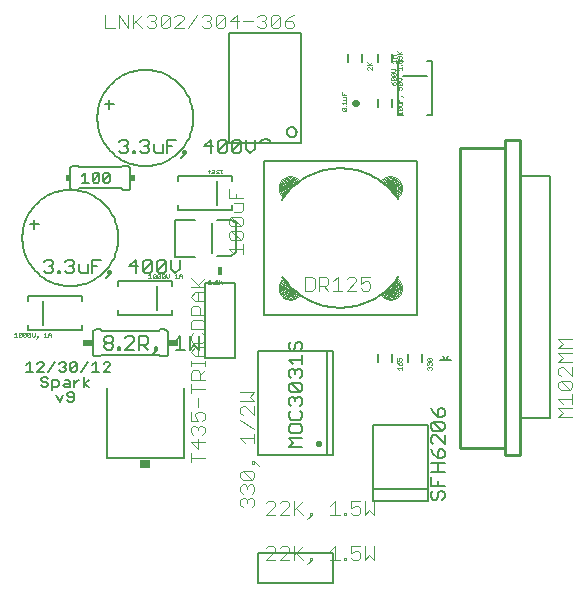
<source format=gto>
G75*
G70*
%OFA0B0*%
%FSLAX24Y24*%
%IPPOS*%
%LPD*%
%AMOC8*
5,1,8,0,0,1.08239X$1,22.5*
%
%ADD10C,0.0100*%
%ADD11C,0.0060*%
%ADD12C,0.0010*%
%ADD13R,0.0180X0.0300*%
%ADD14C,0.0050*%
%ADD15C,0.0080*%
%ADD16R,0.0340X0.0240*%
%ADD17C,0.0040*%
%ADD18C,0.0220*%
%ADD19R,0.0150X0.0200*%
%ADD20C,0.0217*%
%ADD21R,0.0340X0.0300*%
D10*
X015150Y004650D02*
X016650Y004650D01*
X016650Y004400D01*
X017150Y004400D01*
X017150Y014900D01*
X016650Y014900D01*
X016650Y014650D01*
X015150Y014650D01*
X015150Y004650D01*
X016650Y004650D02*
X016650Y014650D01*
D11*
X012886Y016032D02*
X012886Y016268D01*
X012414Y016268D02*
X012414Y016032D01*
X012414Y017532D02*
X012414Y017768D01*
X012886Y017768D02*
X012886Y017532D01*
X011886Y017532D02*
X011886Y017768D01*
X011414Y017768D02*
X011414Y017532D01*
X003050Y015650D02*
X003052Y015730D01*
X003058Y015809D01*
X003068Y015888D01*
X003082Y015967D01*
X003099Y016045D01*
X003121Y016122D01*
X003146Y016197D01*
X003176Y016271D01*
X003208Y016344D01*
X003245Y016415D01*
X003285Y016484D01*
X003328Y016551D01*
X003375Y016616D01*
X003424Y016678D01*
X003477Y016738D01*
X003533Y016795D01*
X003591Y016850D01*
X003652Y016901D01*
X003716Y016949D01*
X003782Y016994D01*
X003850Y017036D01*
X003920Y017074D01*
X003992Y017108D01*
X004065Y017139D01*
X004140Y017167D01*
X004217Y017190D01*
X004294Y017210D01*
X004372Y017226D01*
X004451Y017238D01*
X004530Y017246D01*
X004610Y017250D01*
X004690Y017250D01*
X004770Y017246D01*
X004849Y017238D01*
X004928Y017226D01*
X005006Y017210D01*
X005083Y017190D01*
X005160Y017167D01*
X005235Y017139D01*
X005308Y017108D01*
X005380Y017074D01*
X005450Y017036D01*
X005518Y016994D01*
X005584Y016949D01*
X005648Y016901D01*
X005709Y016850D01*
X005767Y016795D01*
X005823Y016738D01*
X005876Y016678D01*
X005925Y016616D01*
X005972Y016551D01*
X006015Y016484D01*
X006055Y016415D01*
X006092Y016344D01*
X006124Y016271D01*
X006154Y016197D01*
X006179Y016122D01*
X006201Y016045D01*
X006218Y015967D01*
X006232Y015888D01*
X006242Y015809D01*
X006248Y015730D01*
X006250Y015650D01*
X006248Y015570D01*
X006242Y015491D01*
X006232Y015412D01*
X006218Y015333D01*
X006201Y015255D01*
X006179Y015178D01*
X006154Y015103D01*
X006124Y015029D01*
X006092Y014956D01*
X006055Y014885D01*
X006015Y014816D01*
X005972Y014749D01*
X005925Y014684D01*
X005876Y014622D01*
X005823Y014562D01*
X005767Y014505D01*
X005709Y014450D01*
X005648Y014399D01*
X005584Y014351D01*
X005518Y014306D01*
X005450Y014264D01*
X005380Y014226D01*
X005308Y014192D01*
X005235Y014161D01*
X005160Y014133D01*
X005083Y014110D01*
X005006Y014090D01*
X004928Y014074D01*
X004849Y014062D01*
X004770Y014054D01*
X004690Y014050D01*
X004610Y014050D01*
X004530Y014054D01*
X004451Y014062D01*
X004372Y014074D01*
X004294Y014090D01*
X004217Y014110D01*
X004140Y014133D01*
X004065Y014161D01*
X003992Y014192D01*
X003920Y014226D01*
X003850Y014264D01*
X003782Y014306D01*
X003716Y014351D01*
X003652Y014399D01*
X003591Y014450D01*
X003533Y014505D01*
X003477Y014562D01*
X003424Y014622D01*
X003375Y014684D01*
X003328Y014749D01*
X003285Y014816D01*
X003245Y014885D01*
X003208Y014956D01*
X003176Y015029D01*
X003146Y015103D01*
X003121Y015178D01*
X003099Y015255D01*
X003082Y015333D01*
X003068Y015412D01*
X003058Y015491D01*
X003052Y015570D01*
X003050Y015650D01*
X003450Y015950D02*
X003450Y016250D01*
X003300Y016100D02*
X003600Y016100D01*
X003900Y014050D02*
X003850Y014000D01*
X002450Y014000D01*
X002400Y014050D01*
X002250Y014050D01*
X002233Y014048D01*
X002216Y014044D01*
X002200Y014037D01*
X002186Y014027D01*
X002173Y014014D01*
X002163Y014000D01*
X002156Y013984D01*
X002152Y013967D01*
X002150Y013950D01*
X002150Y013350D01*
X002152Y013333D01*
X002156Y013316D01*
X002163Y013300D01*
X002173Y013286D01*
X002186Y013273D01*
X002200Y013263D01*
X002216Y013256D01*
X002233Y013252D01*
X002250Y013250D01*
X002400Y013250D01*
X002450Y013300D01*
X003850Y013300D01*
X003900Y013250D01*
X004050Y013250D01*
X004067Y013252D01*
X004084Y013256D01*
X004100Y013263D01*
X004114Y013273D01*
X004127Y013286D01*
X004137Y013300D01*
X004144Y013316D01*
X004148Y013333D01*
X004150Y013350D01*
X004150Y013950D01*
X004148Y013967D01*
X004144Y013984D01*
X004137Y014000D01*
X004127Y014014D01*
X004114Y014027D01*
X004100Y014037D01*
X004084Y014044D01*
X004067Y014048D01*
X004050Y014050D01*
X003900Y014050D01*
X000550Y011650D02*
X000552Y011730D01*
X000558Y011809D01*
X000568Y011888D01*
X000582Y011967D01*
X000599Y012045D01*
X000621Y012122D01*
X000646Y012197D01*
X000676Y012271D01*
X000708Y012344D01*
X000745Y012415D01*
X000785Y012484D01*
X000828Y012551D01*
X000875Y012616D01*
X000924Y012678D01*
X000977Y012738D01*
X001033Y012795D01*
X001091Y012850D01*
X001152Y012901D01*
X001216Y012949D01*
X001282Y012994D01*
X001350Y013036D01*
X001420Y013074D01*
X001492Y013108D01*
X001565Y013139D01*
X001640Y013167D01*
X001717Y013190D01*
X001794Y013210D01*
X001872Y013226D01*
X001951Y013238D01*
X002030Y013246D01*
X002110Y013250D01*
X002190Y013250D01*
X002270Y013246D01*
X002349Y013238D01*
X002428Y013226D01*
X002506Y013210D01*
X002583Y013190D01*
X002660Y013167D01*
X002735Y013139D01*
X002808Y013108D01*
X002880Y013074D01*
X002950Y013036D01*
X003018Y012994D01*
X003084Y012949D01*
X003148Y012901D01*
X003209Y012850D01*
X003267Y012795D01*
X003323Y012738D01*
X003376Y012678D01*
X003425Y012616D01*
X003472Y012551D01*
X003515Y012484D01*
X003555Y012415D01*
X003592Y012344D01*
X003624Y012271D01*
X003654Y012197D01*
X003679Y012122D01*
X003701Y012045D01*
X003718Y011967D01*
X003732Y011888D01*
X003742Y011809D01*
X003748Y011730D01*
X003750Y011650D01*
X003748Y011570D01*
X003742Y011491D01*
X003732Y011412D01*
X003718Y011333D01*
X003701Y011255D01*
X003679Y011178D01*
X003654Y011103D01*
X003624Y011029D01*
X003592Y010956D01*
X003555Y010885D01*
X003515Y010816D01*
X003472Y010749D01*
X003425Y010684D01*
X003376Y010622D01*
X003323Y010562D01*
X003267Y010505D01*
X003209Y010450D01*
X003148Y010399D01*
X003084Y010351D01*
X003018Y010306D01*
X002950Y010264D01*
X002880Y010226D01*
X002808Y010192D01*
X002735Y010161D01*
X002660Y010133D01*
X002583Y010110D01*
X002506Y010090D01*
X002428Y010074D01*
X002349Y010062D01*
X002270Y010054D01*
X002190Y010050D01*
X002110Y010050D01*
X002030Y010054D01*
X001951Y010062D01*
X001872Y010074D01*
X001794Y010090D01*
X001717Y010110D01*
X001640Y010133D01*
X001565Y010161D01*
X001492Y010192D01*
X001420Y010226D01*
X001350Y010264D01*
X001282Y010306D01*
X001216Y010351D01*
X001152Y010399D01*
X001091Y010450D01*
X001033Y010505D01*
X000977Y010562D01*
X000924Y010622D01*
X000875Y010684D01*
X000828Y010749D01*
X000785Y010816D01*
X000745Y010885D01*
X000708Y010956D01*
X000676Y011029D01*
X000646Y011103D01*
X000621Y011178D01*
X000599Y011255D01*
X000582Y011333D01*
X000568Y011412D01*
X000558Y011491D01*
X000552Y011570D01*
X000550Y011650D01*
X000950Y011950D02*
X000950Y012250D01*
X000800Y012100D02*
X001100Y012100D01*
X003000Y008600D02*
X003150Y008600D01*
X003200Y008550D01*
X005100Y008550D01*
X005150Y008600D01*
X005300Y008600D01*
X005317Y008598D01*
X005334Y008594D01*
X005350Y008587D01*
X005364Y008577D01*
X005377Y008564D01*
X005387Y008550D01*
X005394Y008534D01*
X005398Y008517D01*
X005400Y008500D01*
X005400Y007800D01*
X005398Y007783D01*
X005394Y007766D01*
X005387Y007750D01*
X005377Y007736D01*
X005364Y007723D01*
X005350Y007713D01*
X005334Y007706D01*
X005317Y007702D01*
X005300Y007700D01*
X005150Y007700D01*
X005100Y007750D01*
X003200Y007750D01*
X003150Y007700D01*
X003000Y007700D01*
X002983Y007702D01*
X002966Y007706D01*
X002950Y007713D01*
X002936Y007723D01*
X002923Y007736D01*
X002913Y007750D01*
X002906Y007766D01*
X002902Y007783D01*
X002900Y007800D01*
X002900Y008500D01*
X002902Y008517D01*
X002906Y008534D01*
X002913Y008550D01*
X002923Y008564D01*
X002936Y008577D01*
X002950Y008587D01*
X002966Y008594D01*
X002983Y008598D01*
X003000Y008600D01*
X003003Y007520D02*
X002890Y007407D01*
X003003Y007520D02*
X003003Y007180D01*
X002890Y007180D02*
X003117Y007180D01*
X003258Y007180D02*
X003485Y007407D01*
X003485Y007464D01*
X003428Y007520D01*
X003315Y007520D01*
X003258Y007464D01*
X003258Y007180D02*
X003485Y007180D01*
X002762Y006907D02*
X002592Y006793D01*
X002762Y006680D01*
X002592Y006680D02*
X002592Y007020D01*
X002522Y007180D02*
X002748Y007520D01*
X002380Y007464D02*
X002380Y007237D01*
X002323Y007180D01*
X002210Y007180D01*
X002153Y007237D01*
X002380Y007464D01*
X002323Y007520D01*
X002210Y007520D01*
X002153Y007464D01*
X002153Y007237D01*
X002012Y007237D02*
X001955Y007180D01*
X001842Y007180D01*
X001785Y007237D01*
X001898Y007350D02*
X001955Y007350D01*
X002012Y007293D01*
X002012Y007237D01*
X001955Y007350D02*
X002012Y007407D01*
X002012Y007464D01*
X001955Y007520D01*
X001842Y007520D01*
X001785Y007464D01*
X001643Y007520D02*
X001417Y007180D01*
X001275Y007180D02*
X001048Y007180D01*
X001275Y007407D01*
X001275Y007464D01*
X001218Y007520D01*
X001105Y007520D01*
X001048Y007464D01*
X000793Y007520D02*
X000793Y007180D01*
X000680Y007180D02*
X000907Y007180D01*
X000680Y007407D02*
X000793Y007520D01*
X001237Y007020D02*
X001180Y006964D01*
X001180Y006907D01*
X001237Y006850D01*
X001350Y006850D01*
X001407Y006793D01*
X001407Y006737D01*
X001350Y006680D01*
X001237Y006680D01*
X001180Y006737D01*
X001407Y006964D02*
X001350Y007020D01*
X001237Y007020D01*
X001548Y006907D02*
X001718Y006907D01*
X001775Y006850D01*
X001775Y006737D01*
X001718Y006680D01*
X001548Y006680D01*
X001548Y006567D02*
X001548Y006907D01*
X001917Y006737D02*
X001973Y006793D01*
X002143Y006793D01*
X002143Y006850D02*
X002143Y006680D01*
X001973Y006680D01*
X001917Y006737D01*
X001973Y006907D02*
X002087Y006907D01*
X002143Y006850D01*
X002285Y006793D02*
X002398Y006907D01*
X002455Y006907D01*
X002285Y006907D02*
X002285Y006680D01*
X002218Y006520D02*
X002105Y006520D01*
X002048Y006464D01*
X002048Y006407D01*
X002105Y006350D01*
X002275Y006350D01*
X002275Y006237D02*
X002275Y006464D01*
X002218Y006520D01*
X002275Y006237D02*
X002218Y006180D01*
X002105Y006180D01*
X002048Y006237D01*
X001907Y006407D02*
X001793Y006180D01*
X001680Y006407D01*
X008398Y007867D02*
X008398Y004424D01*
X010902Y004424D01*
X010902Y007867D01*
X010699Y007867D01*
X010699Y004463D01*
X012239Y005402D02*
X012239Y002898D01*
X014061Y002898D01*
X014061Y003298D01*
X012239Y003298D01*
X014061Y003298D02*
X014061Y005402D01*
X012239Y005402D01*
X012414Y007532D02*
X012414Y007768D01*
X012886Y007768D02*
X012886Y007532D01*
X013414Y007532D02*
X013414Y007768D01*
X013886Y007768D02*
X013886Y007532D01*
X010699Y007867D02*
X008398Y007867D01*
D12*
X007223Y010105D02*
X007148Y010180D01*
X007123Y010155D02*
X007223Y010255D01*
X007123Y010255D02*
X007123Y010105D01*
X007076Y010105D02*
X006976Y010105D01*
X006927Y010105D02*
X006902Y010105D01*
X006902Y010130D01*
X006927Y010130D01*
X006927Y010105D01*
X006855Y010105D02*
X006755Y010105D01*
X006805Y010105D02*
X006805Y010255D01*
X006755Y010205D01*
X006976Y010205D02*
X007026Y010255D01*
X007026Y010105D01*
X005886Y010305D02*
X005886Y010405D01*
X005836Y010455D01*
X005786Y010405D01*
X005786Y010305D01*
X005739Y010305D02*
X005639Y010305D01*
X005689Y010305D02*
X005689Y010455D01*
X005639Y010405D01*
X005786Y010380D02*
X005886Y010380D01*
X005444Y010355D02*
X005444Y010455D01*
X005344Y010455D02*
X005344Y010355D01*
X005394Y010305D01*
X005444Y010355D01*
X005297Y010330D02*
X005272Y010305D01*
X005222Y010305D01*
X005197Y010330D01*
X005297Y010430D01*
X005297Y010330D01*
X005197Y010330D02*
X005197Y010430D01*
X005222Y010455D01*
X005272Y010455D01*
X005297Y010430D01*
X005150Y010430D02*
X005050Y010330D01*
X005075Y010305D01*
X005125Y010305D01*
X005150Y010330D01*
X005150Y010430D01*
X005125Y010455D01*
X005075Y010455D01*
X005050Y010430D01*
X005050Y010330D01*
X005002Y010330D02*
X004977Y010305D01*
X004927Y010305D01*
X004902Y010330D01*
X005002Y010430D01*
X005002Y010330D01*
X004902Y010330D02*
X004902Y010430D01*
X004927Y010455D01*
X004977Y010455D01*
X005002Y010430D01*
X004855Y010305D02*
X004755Y010305D01*
X004805Y010305D02*
X004805Y010455D01*
X004755Y010405D01*
X001508Y008445D02*
X001508Y008345D01*
X001508Y008420D02*
X001408Y008420D01*
X001408Y008445D02*
X001458Y008495D01*
X001508Y008445D01*
X001408Y008445D02*
X001408Y008345D01*
X001360Y008345D02*
X001260Y008345D01*
X001310Y008345D02*
X001310Y008495D01*
X001260Y008445D01*
X001065Y008370D02*
X001065Y008345D01*
X001040Y008345D01*
X001040Y008370D01*
X001065Y008370D01*
X001065Y008345D02*
X001015Y008295D01*
X000918Y008345D02*
X000867Y008395D01*
X000867Y008495D01*
X000820Y008470D02*
X000720Y008370D01*
X000745Y008345D01*
X000795Y008345D01*
X000820Y008370D01*
X000820Y008470D01*
X000795Y008495D01*
X000745Y008495D01*
X000720Y008470D01*
X000720Y008370D01*
X000673Y008370D02*
X000648Y008345D01*
X000598Y008345D01*
X000573Y008370D01*
X000673Y008470D01*
X000673Y008370D01*
X000673Y008470D02*
X000648Y008495D01*
X000598Y008495D01*
X000573Y008470D01*
X000573Y008370D01*
X000526Y008370D02*
X000501Y008345D01*
X000451Y008345D01*
X000426Y008370D01*
X000526Y008470D01*
X000526Y008370D01*
X000526Y008470D02*
X000501Y008495D01*
X000451Y008495D01*
X000426Y008470D01*
X000426Y008370D01*
X000378Y008345D02*
X000278Y008345D01*
X000328Y008345D02*
X000328Y008495D01*
X000278Y008445D01*
X000918Y008345D02*
X000968Y008395D01*
X000968Y008495D01*
X006780Y013805D02*
X006780Y013930D01*
X006805Y013955D01*
X006805Y013880D02*
X006755Y013880D01*
X006853Y013830D02*
X006878Y013855D01*
X006953Y013855D01*
X006953Y013880D02*
X006953Y013805D01*
X006878Y013805D01*
X006853Y013830D01*
X006878Y013905D02*
X006928Y013905D01*
X006953Y013880D01*
X007001Y013880D02*
X007026Y013905D01*
X007101Y013905D01*
X007148Y013905D02*
X007198Y013905D01*
X007173Y013930D02*
X007173Y013830D01*
X007198Y013805D01*
X007101Y013830D02*
X007076Y013855D01*
X007026Y013855D01*
X007001Y013880D01*
X007001Y013805D02*
X007076Y013805D01*
X007101Y013830D01*
X011205Y015917D02*
X011205Y015967D01*
X011230Y015992D01*
X011330Y015892D01*
X011355Y015917D01*
X011355Y015967D01*
X011330Y015992D01*
X011230Y015992D01*
X011205Y015917D02*
X011230Y015892D01*
X011330Y015892D01*
X011330Y016039D02*
X011330Y016064D01*
X011355Y016064D01*
X011355Y016039D01*
X011330Y016039D01*
X011355Y016113D02*
X011355Y016213D01*
X011355Y016163D02*
X011205Y016163D01*
X011255Y016113D01*
X011255Y016260D02*
X011330Y016260D01*
X011355Y016285D01*
X011355Y016360D01*
X011255Y016360D01*
X011280Y016408D02*
X011280Y016458D01*
X011205Y016408D02*
X011205Y016508D01*
X011205Y016408D02*
X011355Y016408D01*
X012070Y017255D02*
X012045Y017280D01*
X012045Y017330D01*
X012070Y017355D01*
X012095Y017355D01*
X012195Y017255D01*
X012195Y017355D01*
X012195Y017402D02*
X012045Y017402D01*
X012120Y017427D02*
X012195Y017502D01*
X012145Y017402D02*
X012045Y017502D01*
X012845Y017542D02*
X012995Y017542D01*
X012995Y017492D02*
X012995Y017592D01*
X012995Y017639D02*
X012895Y017639D01*
X012845Y017689D01*
X012895Y017739D01*
X012995Y017739D01*
X013045Y017771D02*
X013195Y017771D01*
X013145Y017771D02*
X013045Y017871D01*
X013120Y017796D02*
X013195Y017871D01*
X013170Y017723D02*
X013070Y017723D01*
X013045Y017698D01*
X013045Y017648D01*
X013070Y017623D01*
X013095Y017623D01*
X013120Y017648D01*
X013120Y017723D01*
X013170Y017723D02*
X013195Y017698D01*
X013195Y017648D01*
X013170Y017623D01*
X013170Y017576D02*
X013195Y017551D01*
X013195Y017501D01*
X013170Y017476D01*
X013145Y017476D01*
X013120Y017501D01*
X013120Y017551D01*
X013145Y017576D01*
X013170Y017576D01*
X013120Y017551D02*
X013095Y017576D01*
X013070Y017576D01*
X013045Y017551D01*
X013045Y017501D01*
X013070Y017476D01*
X013095Y017476D01*
X013120Y017501D01*
X013170Y017427D02*
X013195Y017427D01*
X013195Y017402D01*
X013170Y017402D01*
X013170Y017427D01*
X013195Y017355D02*
X013195Y017255D01*
X013195Y017305D02*
X013045Y017305D01*
X013095Y017255D01*
X012995Y017247D02*
X012945Y017297D01*
X012845Y017297D01*
X012845Y017197D02*
X012945Y017197D01*
X012995Y017247D01*
X012970Y017150D02*
X012995Y017125D01*
X012995Y017075D01*
X012970Y017050D01*
X012870Y017150D01*
X012970Y017150D01*
X012870Y017150D02*
X012845Y017125D01*
X012845Y017075D01*
X012870Y017050D01*
X012970Y017050D01*
X012970Y017002D02*
X012995Y016977D01*
X012995Y016927D01*
X012970Y016902D01*
X012870Y017002D01*
X012970Y017002D01*
X013045Y016985D02*
X013145Y016985D01*
X013195Y016935D01*
X013145Y016884D01*
X013045Y016884D01*
X013070Y016837D02*
X013170Y016737D01*
X013195Y016762D01*
X013195Y016812D01*
X013170Y016837D01*
X013070Y016837D01*
X013045Y016812D01*
X013045Y016762D01*
X013070Y016737D01*
X013170Y016737D01*
X013170Y016690D02*
X013120Y016690D01*
X013095Y016665D01*
X013095Y016640D01*
X013120Y016590D01*
X013045Y016590D01*
X013045Y016690D01*
X012970Y016755D02*
X012920Y016755D01*
X012920Y016830D01*
X012945Y016855D01*
X012970Y016855D01*
X012995Y016830D01*
X012995Y016780D01*
X012970Y016755D01*
X012920Y016755D02*
X012870Y016805D01*
X012845Y016855D01*
X012870Y016902D02*
X012845Y016927D01*
X012845Y016977D01*
X012870Y017002D01*
X012870Y016902D02*
X012970Y016902D01*
X013170Y016690D02*
X013195Y016665D01*
X013195Y016615D01*
X013170Y016590D01*
X013170Y016394D02*
X013170Y016369D01*
X013195Y016369D01*
X013195Y016394D01*
X013170Y016394D01*
X013195Y016394D02*
X013245Y016344D01*
X013195Y016197D02*
X013045Y016197D01*
X013045Y016297D01*
X013120Y016247D02*
X013120Y016197D01*
X013095Y016150D02*
X013195Y016150D01*
X013195Y016075D01*
X013170Y016050D01*
X013095Y016050D01*
X013070Y016002D02*
X013170Y015902D01*
X013195Y015927D01*
X013195Y015977D01*
X013170Y016002D01*
X013070Y016002D01*
X013045Y015977D01*
X013045Y015927D01*
X013070Y015902D01*
X013170Y015902D01*
X013195Y015855D02*
X013195Y015755D01*
X013195Y015805D02*
X013045Y015805D01*
X013095Y015755D01*
X012895Y017492D02*
X012845Y017542D01*
X012920Y017639D02*
X012920Y017739D01*
X013045Y007650D02*
X013045Y007550D01*
X013120Y007550D01*
X013095Y007600D01*
X013095Y007625D01*
X013120Y007650D01*
X013170Y007650D01*
X013195Y007625D01*
X013195Y007575D01*
X013170Y007550D01*
X013170Y007502D02*
X013145Y007502D01*
X013120Y007477D01*
X013120Y007402D01*
X013170Y007402D01*
X013195Y007427D01*
X013195Y007477D01*
X013170Y007502D01*
X013070Y007452D02*
X013120Y007402D01*
X013070Y007452D02*
X013045Y007502D01*
X013045Y007305D02*
X013195Y007305D01*
X013195Y007255D02*
X013195Y007355D01*
X013095Y007255D02*
X013045Y007305D01*
X014045Y007280D02*
X014045Y007330D01*
X014070Y007355D01*
X014095Y007355D01*
X014120Y007330D01*
X014145Y007355D01*
X014170Y007355D01*
X014195Y007330D01*
X014195Y007280D01*
X014170Y007255D01*
X014120Y007305D02*
X014120Y007330D01*
X014170Y007402D02*
X014195Y007427D01*
X014195Y007477D01*
X014170Y007502D01*
X014145Y007502D01*
X014120Y007477D01*
X014120Y007452D01*
X014120Y007477D02*
X014095Y007502D01*
X014070Y007502D01*
X014045Y007477D01*
X014045Y007427D01*
X014070Y007402D01*
X014045Y007280D02*
X014070Y007255D01*
X014070Y007550D02*
X014045Y007575D01*
X014045Y007625D01*
X014070Y007650D01*
X014170Y007550D01*
X014195Y007575D01*
X014195Y007625D01*
X014170Y007650D01*
X014070Y007650D01*
X014070Y007550D02*
X014170Y007550D01*
D13*
X007150Y010550D03*
D14*
X007650Y010150D02*
X006650Y010150D01*
X006650Y007650D01*
X007650Y007650D01*
X007650Y010150D01*
X005796Y010625D02*
X005796Y010925D01*
X005796Y010625D02*
X005645Y010475D01*
X005495Y010625D01*
X005495Y010925D01*
X005335Y010850D02*
X005035Y010550D01*
X005110Y010475D01*
X005260Y010475D01*
X005335Y010550D01*
X005335Y010850D01*
X005260Y010925D01*
X005110Y010925D01*
X005035Y010850D01*
X005035Y010550D01*
X004875Y010550D02*
X004875Y010850D01*
X004574Y010550D01*
X004650Y010475D01*
X004800Y010475D01*
X004875Y010550D01*
X004875Y010850D02*
X004800Y010925D01*
X004650Y010925D01*
X004574Y010850D01*
X004574Y010550D01*
X004414Y010700D02*
X004114Y010700D01*
X004339Y010925D01*
X004339Y010475D01*
X003497Y010475D02*
X003422Y010475D01*
X003422Y010550D01*
X003497Y010550D01*
X003497Y010475D01*
X003347Y010325D01*
X003037Y010700D02*
X002886Y010700D01*
X002726Y010775D02*
X002726Y010475D01*
X002501Y010475D01*
X002426Y010550D01*
X002426Y010775D01*
X002266Y010775D02*
X002191Y010700D01*
X002266Y010625D01*
X002266Y010550D01*
X002191Y010475D01*
X002041Y010475D01*
X001966Y010550D01*
X001810Y010550D02*
X001810Y010475D01*
X001735Y010475D01*
X001735Y010550D01*
X001810Y010550D01*
X001575Y010550D02*
X001500Y010475D01*
X001350Y010475D01*
X001275Y010550D01*
X001425Y010700D02*
X001500Y010700D01*
X001575Y010625D01*
X001575Y010550D01*
X001500Y010700D02*
X001575Y010775D01*
X001575Y010850D01*
X001500Y010925D01*
X001350Y010925D01*
X001275Y010850D01*
X001966Y010850D02*
X002041Y010925D01*
X002191Y010925D01*
X002266Y010850D01*
X002266Y010775D01*
X002191Y010700D02*
X002116Y010700D01*
X002886Y010475D02*
X002886Y010925D01*
X003187Y010925D01*
X003360Y008375D02*
X003510Y008375D01*
X003585Y008300D01*
X003585Y008225D01*
X003510Y008150D01*
X003360Y008150D01*
X003285Y008225D01*
X003285Y008300D01*
X003360Y008375D01*
X003360Y008150D02*
X003285Y008075D01*
X003285Y008000D01*
X003360Y007925D01*
X003510Y007925D01*
X003585Y008000D01*
X003585Y008075D01*
X003510Y008150D01*
X003745Y008000D02*
X003745Y007925D01*
X003820Y007925D01*
X003820Y008000D01*
X003745Y008000D01*
X003976Y007925D02*
X004276Y008225D01*
X004276Y008300D01*
X004201Y008375D01*
X004051Y008375D01*
X003976Y008300D01*
X003976Y007925D02*
X004276Y007925D01*
X004436Y007925D02*
X004436Y008375D01*
X004661Y008375D01*
X004736Y008300D01*
X004736Y008150D01*
X004661Y008075D01*
X004436Y008075D01*
X004586Y008075D02*
X004736Y007925D01*
X004896Y007775D02*
X005047Y007925D01*
X004971Y007925D01*
X004971Y008000D01*
X005047Y008000D01*
X005047Y007925D01*
X005664Y007925D02*
X005964Y007925D01*
X005814Y007925D02*
X005814Y008375D01*
X005664Y008225D01*
X006124Y008375D02*
X006124Y007925D01*
X006274Y008075D01*
X006424Y007925D01*
X006424Y008375D01*
X009425Y008123D02*
X009425Y007973D01*
X009500Y007898D01*
X009575Y007898D01*
X009650Y007973D01*
X009650Y008123D01*
X009725Y008198D01*
X009800Y008198D01*
X009875Y008123D01*
X009875Y007973D01*
X009800Y007898D01*
X009875Y007738D02*
X009875Y007437D01*
X009875Y007587D02*
X009425Y007587D01*
X009575Y007437D01*
X009575Y007277D02*
X009650Y007202D01*
X009725Y007277D01*
X009800Y007277D01*
X009875Y007202D01*
X009875Y007052D01*
X009800Y006977D01*
X009800Y006817D02*
X009875Y006742D01*
X009875Y006592D01*
X009800Y006517D01*
X009500Y006817D01*
X009800Y006817D01*
X009500Y006817D02*
X009425Y006742D01*
X009425Y006592D01*
X009500Y006517D01*
X009800Y006517D01*
X009800Y006356D02*
X009875Y006281D01*
X009875Y006131D01*
X009800Y006056D01*
X009800Y005896D02*
X009875Y005821D01*
X009875Y005671D01*
X009800Y005596D01*
X009500Y005596D01*
X009425Y005671D01*
X009425Y005821D01*
X009500Y005896D01*
X009500Y006056D02*
X009425Y006131D01*
X009425Y006281D01*
X009500Y006356D01*
X009575Y006356D01*
X009650Y006281D01*
X009725Y006356D01*
X009800Y006356D01*
X009650Y006281D02*
X009650Y006206D01*
X009800Y005436D02*
X009500Y005436D01*
X009425Y005361D01*
X009425Y005210D01*
X009500Y005135D01*
X009800Y005135D01*
X009875Y005210D01*
X009875Y005361D01*
X009800Y005436D01*
X009875Y004975D02*
X009425Y004975D01*
X009575Y004825D01*
X009425Y004675D01*
X009875Y004675D01*
X009500Y006977D02*
X009425Y007052D01*
X009425Y007202D01*
X009500Y007277D01*
X009575Y007277D01*
X009650Y007202D02*
X009650Y007127D01*
X009425Y008123D02*
X009500Y008198D01*
X014175Y005988D02*
X014250Y005837D01*
X014400Y005687D01*
X014400Y005913D01*
X014475Y005988D01*
X014550Y005988D01*
X014625Y005913D01*
X014625Y005762D01*
X014550Y005687D01*
X014400Y005687D01*
X014250Y005527D02*
X014550Y005527D01*
X014625Y005452D01*
X014625Y005302D01*
X014550Y005227D01*
X014250Y005527D01*
X014175Y005452D01*
X014175Y005302D01*
X014250Y005227D01*
X014550Y005227D01*
X014625Y005067D02*
X014625Y004767D01*
X014325Y005067D01*
X014250Y005067D01*
X014175Y004992D01*
X014175Y004842D01*
X014250Y004767D01*
X014175Y004606D02*
X014250Y004456D01*
X014400Y004306D01*
X014400Y004531D01*
X014475Y004606D01*
X014550Y004606D01*
X014625Y004531D01*
X014625Y004381D01*
X014550Y004306D01*
X014400Y004306D01*
X014400Y004146D02*
X014400Y003846D01*
X014625Y003846D02*
X014175Y003846D01*
X014175Y003686D02*
X014175Y003385D01*
X014625Y003385D01*
X014550Y003225D02*
X014475Y003225D01*
X014400Y003150D01*
X014400Y003000D01*
X014325Y002925D01*
X014250Y002925D01*
X014175Y003000D01*
X014175Y003150D01*
X014250Y003225D01*
X014400Y003385D02*
X014400Y003536D01*
X014550Y003225D02*
X014625Y003150D01*
X014625Y003000D01*
X014550Y002925D01*
X014625Y004146D02*
X014175Y004146D01*
X010900Y001150D02*
X008400Y001150D01*
X008400Y000150D01*
X010900Y000150D01*
X010900Y001150D01*
X003423Y013485D02*
X003310Y013485D01*
X003253Y013542D01*
X003480Y013769D01*
X003480Y013542D01*
X003423Y013485D01*
X003253Y013542D02*
X003253Y013769D01*
X003310Y013825D01*
X003423Y013825D01*
X003480Y013769D01*
X003121Y013769D02*
X003121Y013542D01*
X003064Y013485D01*
X002951Y013485D01*
X002894Y013542D01*
X003121Y013769D01*
X003064Y013825D01*
X002951Y013825D01*
X002894Y013769D01*
X002894Y013542D01*
X002762Y013485D02*
X002535Y013485D01*
X002648Y013485D02*
X002648Y013825D01*
X002535Y013712D01*
X003775Y014550D02*
X003850Y014475D01*
X004000Y014475D01*
X004075Y014550D01*
X004075Y014625D01*
X004000Y014700D01*
X003925Y014700D01*
X004000Y014700D02*
X004075Y014775D01*
X004075Y014850D01*
X004000Y014925D01*
X003850Y014925D01*
X003775Y014850D01*
X004235Y014550D02*
X004310Y014550D01*
X004310Y014475D01*
X004235Y014475D01*
X004235Y014550D01*
X004466Y014550D02*
X004541Y014475D01*
X004691Y014475D01*
X004766Y014550D01*
X004766Y014625D01*
X004691Y014700D01*
X004616Y014700D01*
X004691Y014700D02*
X004766Y014775D01*
X004766Y014850D01*
X004691Y014925D01*
X004541Y014925D01*
X004466Y014850D01*
X004926Y014775D02*
X004926Y014550D01*
X005001Y014475D01*
X005226Y014475D01*
X005226Y014775D01*
X005386Y014700D02*
X005537Y014700D01*
X005386Y014925D02*
X005687Y014925D01*
X005386Y014925D02*
X005386Y014475D01*
X005847Y014325D02*
X005997Y014475D01*
X005922Y014475D01*
X005922Y014550D01*
X005997Y014550D01*
X005997Y014475D01*
X006614Y014700D02*
X006914Y014700D01*
X007074Y014550D02*
X007375Y014850D01*
X007375Y014550D01*
X007300Y014475D01*
X007150Y014475D01*
X007074Y014550D01*
X007074Y014850D01*
X007150Y014925D01*
X007300Y014925D01*
X007375Y014850D01*
X007450Y014815D02*
X007450Y018485D01*
X009850Y018485D01*
X009850Y014815D01*
X007450Y014811D01*
X007535Y014850D02*
X007610Y014925D01*
X007760Y014925D01*
X007835Y014850D01*
X007535Y014550D01*
X007610Y014475D01*
X007760Y014475D01*
X007835Y014550D01*
X007835Y014850D01*
X007995Y014925D02*
X007995Y014625D01*
X008145Y014475D01*
X008296Y014625D01*
X008296Y014925D01*
X008450Y014815D02*
X008463Y014840D01*
X008478Y014864D01*
X008497Y014886D01*
X008518Y014905D01*
X008541Y014921D01*
X008567Y014933D01*
X008594Y014943D01*
X008622Y014948D01*
X008650Y014950D01*
X008678Y014948D01*
X008706Y014943D01*
X008733Y014933D01*
X008759Y014921D01*
X008782Y014905D01*
X008803Y014886D01*
X008822Y014864D01*
X008837Y014840D01*
X008850Y014815D01*
X009363Y015182D02*
X009365Y015207D01*
X009371Y015231D01*
X009380Y015255D01*
X009393Y015276D01*
X009409Y015296D01*
X009428Y015312D01*
X009449Y015326D01*
X009472Y015336D01*
X009496Y015343D01*
X009521Y015346D01*
X009546Y015345D01*
X009570Y015340D01*
X009594Y015332D01*
X009616Y015320D01*
X009636Y015304D01*
X009654Y015286D01*
X009668Y015266D01*
X009679Y015243D01*
X009687Y015219D01*
X009691Y015195D01*
X009691Y015169D01*
X009687Y015145D01*
X009679Y015121D01*
X009668Y015098D01*
X009654Y015078D01*
X009636Y015060D01*
X009616Y015044D01*
X009594Y015032D01*
X009570Y015024D01*
X009546Y015019D01*
X009521Y015018D01*
X009496Y015021D01*
X009472Y015028D01*
X009449Y015038D01*
X009428Y015052D01*
X009409Y015068D01*
X009393Y015088D01*
X009380Y015109D01*
X009371Y015133D01*
X009365Y015157D01*
X009363Y015182D01*
X007535Y014850D02*
X007535Y014550D01*
X006839Y014475D02*
X006839Y014925D01*
X006614Y014700D01*
D15*
X003360Y006660D02*
X003360Y004300D01*
X005940Y004300D01*
X005940Y006660D01*
X005556Y009079D02*
X003744Y009079D01*
X003744Y009256D01*
X003744Y010044D02*
X003744Y010221D01*
X005556Y010221D01*
X005556Y010044D01*
X005044Y010044D02*
X005044Y009256D01*
X005556Y009256D02*
X005556Y009079D01*
X005626Y011020D02*
X005626Y012260D01*
X006296Y012260D01*
X006890Y012166D02*
X006890Y011144D01*
X007044Y011040D02*
X007516Y011040D01*
X007674Y011178D01*
X007674Y012142D01*
X007516Y012260D01*
X007044Y012260D01*
X007516Y012260D01*
X007556Y012579D02*
X005744Y012579D01*
X005744Y012756D01*
X005744Y013544D02*
X005744Y013721D01*
X007556Y013721D01*
X007556Y013544D01*
X007044Y013544D02*
X007044Y012756D01*
X007556Y012756D02*
X007556Y012579D01*
X006296Y011020D02*
X005626Y011020D01*
X008591Y009091D02*
X008591Y014209D01*
X013719Y014209D01*
X013719Y009091D01*
X008591Y009091D01*
X009201Y012920D02*
X009253Y012996D01*
X009308Y013070D01*
X009366Y013142D01*
X009426Y013212D01*
X009490Y013279D01*
X009556Y013344D01*
X009625Y013405D01*
X009695Y013464D01*
X009769Y013521D01*
X009844Y013574D01*
X009922Y013624D01*
X010001Y013671D01*
X010082Y013715D01*
X010165Y013756D01*
X010250Y013793D01*
X010336Y013827D01*
X010423Y013858D01*
X010511Y013885D01*
X010601Y013908D01*
X010691Y013928D01*
X010782Y013944D01*
X010873Y013957D01*
X010965Y013966D01*
X011057Y013971D01*
X011150Y013973D01*
X013079Y015744D02*
X013079Y017556D01*
X013256Y017556D01*
X013256Y017044D02*
X014044Y017044D01*
X014044Y017556D02*
X014221Y017556D01*
X014221Y015744D01*
X014044Y015744D01*
X013256Y015744D02*
X013079Y015744D01*
X017158Y013729D02*
X018142Y013729D01*
X018142Y005658D01*
X017158Y005658D01*
X017158Y013729D01*
X013099Y010380D02*
X013047Y010304D01*
X012992Y010230D01*
X012934Y010158D01*
X012874Y010088D01*
X012810Y010021D01*
X012744Y009956D01*
X012675Y009895D01*
X012605Y009836D01*
X012531Y009779D01*
X012456Y009726D01*
X012378Y009676D01*
X012299Y009629D01*
X012218Y009585D01*
X012135Y009544D01*
X012050Y009507D01*
X011964Y009473D01*
X011877Y009442D01*
X011789Y009415D01*
X011699Y009392D01*
X011609Y009372D01*
X011518Y009356D01*
X011427Y009343D01*
X011335Y009334D01*
X011243Y009329D01*
X011150Y009327D01*
X011055Y009329D01*
X010960Y009335D01*
X010866Y009345D01*
X010772Y009358D01*
X010679Y009376D01*
X010586Y009397D01*
X010494Y009422D01*
X010404Y009451D01*
X010315Y009484D01*
X010227Y009520D01*
X010141Y009559D01*
X010056Y009602D01*
X009973Y009649D01*
X009892Y009699D01*
X009814Y009752D01*
X009737Y009808D01*
X009663Y009868D01*
X009592Y009930D01*
X009523Y009995D01*
X009456Y010063D01*
X009393Y010134D01*
X009332Y010207D01*
X009275Y010283D01*
X009221Y010361D01*
X011150Y013973D02*
X011245Y013971D01*
X011340Y013965D01*
X011434Y013955D01*
X011528Y013942D01*
X011621Y013924D01*
X011714Y013903D01*
X011806Y013878D01*
X011896Y013849D01*
X011985Y013816D01*
X012073Y013780D01*
X012159Y013741D01*
X012244Y013698D01*
X012327Y013651D01*
X012408Y013601D01*
X012486Y013548D01*
X012563Y013492D01*
X012637Y013432D01*
X012708Y013370D01*
X012777Y013305D01*
X012844Y013237D01*
X012907Y013166D01*
X012968Y013093D01*
X013025Y013017D01*
X013079Y012939D01*
X014558Y007705D02*
X014650Y007583D01*
X014831Y007583D01*
X014736Y007705D02*
X014660Y007589D01*
X014650Y007583D02*
X014469Y007583D01*
X002556Y008579D02*
X000744Y008579D01*
X000744Y008756D01*
X001256Y008756D02*
X001256Y009544D01*
X000744Y009544D02*
X000744Y009721D01*
X002556Y009721D01*
X002556Y009544D01*
X002556Y008756D02*
X002556Y008579D01*
D16*
X002730Y008150D03*
X005570Y008150D03*
D17*
X006170Y008237D02*
X006246Y008160D01*
X006553Y008160D01*
X006630Y008237D01*
X006630Y008390D01*
X006553Y008467D01*
X006630Y008620D02*
X006630Y008851D01*
X006553Y008927D01*
X006246Y008927D01*
X006170Y008851D01*
X006170Y008620D01*
X006630Y008620D01*
X006246Y008467D02*
X006170Y008390D01*
X006170Y008237D01*
X006323Y008007D02*
X006630Y008007D01*
X006400Y008007D02*
X006400Y007700D01*
X006323Y007700D02*
X006170Y007853D01*
X006323Y008007D01*
X006323Y007700D02*
X006630Y007700D01*
X006630Y007546D02*
X006630Y007393D01*
X006630Y007469D02*
X006170Y007469D01*
X006170Y007393D02*
X006170Y007546D01*
X006246Y007239D02*
X006400Y007239D01*
X006477Y007163D01*
X006477Y006932D01*
X006630Y006932D02*
X006170Y006932D01*
X006170Y007163D01*
X006246Y007239D01*
X006477Y007086D02*
X006630Y007239D01*
X006630Y006625D02*
X006170Y006625D01*
X006170Y006472D02*
X006170Y006779D01*
X006400Y006318D02*
X006400Y006012D01*
X006400Y005858D02*
X006553Y005858D01*
X006630Y005781D01*
X006630Y005628D01*
X006553Y005551D01*
X006400Y005551D02*
X006323Y005705D01*
X006323Y005781D01*
X006400Y005858D01*
X006170Y005858D02*
X006170Y005551D01*
X006400Y005551D01*
X006477Y005398D02*
X006553Y005398D01*
X006630Y005321D01*
X006630Y005168D01*
X006553Y005091D01*
X006400Y005244D02*
X006400Y005321D01*
X006477Y005398D01*
X006400Y005321D02*
X006323Y005398D01*
X006246Y005398D01*
X006170Y005321D01*
X006170Y005168D01*
X006246Y005091D01*
X006400Y004937D02*
X006400Y004630D01*
X006170Y004861D01*
X006630Y004861D01*
X006630Y004323D02*
X006170Y004323D01*
X006170Y004170D02*
X006170Y004477D01*
X007820Y004972D02*
X008280Y004972D01*
X008280Y005125D02*
X008280Y004818D01*
X007973Y004818D02*
X007820Y004972D01*
X008280Y005279D02*
X007820Y005586D01*
X007896Y005739D02*
X007820Y005816D01*
X007820Y005969D01*
X007896Y006046D01*
X007973Y006046D01*
X008280Y005739D01*
X008280Y006046D01*
X008280Y006200D02*
X008127Y006353D01*
X008280Y006507D01*
X007820Y006507D01*
X007820Y006200D02*
X008280Y006200D01*
X008280Y004205D02*
X008280Y004128D01*
X008203Y004128D01*
X008203Y004205D01*
X008280Y004205D01*
X008433Y004051D01*
X008203Y003898D02*
X008280Y003821D01*
X008280Y003668D01*
X008203Y003591D01*
X007896Y003898D01*
X008203Y003898D01*
X007896Y003898D02*
X007820Y003821D01*
X007820Y003668D01*
X007896Y003591D01*
X008203Y003591D01*
X008203Y003437D02*
X008280Y003361D01*
X008280Y003207D01*
X008203Y003130D01*
X008203Y002977D02*
X008280Y002900D01*
X008280Y002747D01*
X008203Y002670D01*
X008050Y002823D02*
X008050Y002900D01*
X008127Y002977D01*
X008203Y002977D01*
X008050Y002900D02*
X007973Y002977D01*
X007896Y002977D01*
X007820Y002900D01*
X007820Y002747D01*
X007896Y002670D01*
X007896Y003130D02*
X007820Y003207D01*
X007820Y003361D01*
X007896Y003437D01*
X007973Y003437D01*
X008050Y003361D01*
X008127Y003437D01*
X008203Y003437D01*
X008050Y003361D02*
X008050Y003284D01*
X008670Y002804D02*
X008747Y002880D01*
X008900Y002880D01*
X008977Y002804D01*
X008977Y002727D01*
X008670Y002420D01*
X008977Y002420D01*
X009130Y002420D02*
X009437Y002727D01*
X009437Y002804D01*
X009361Y002880D01*
X009207Y002880D01*
X009130Y002804D01*
X009130Y002420D02*
X009437Y002420D01*
X009591Y002420D02*
X009591Y002880D01*
X009668Y002650D02*
X009898Y002420D01*
X010051Y002267D02*
X010205Y002420D01*
X010128Y002420D01*
X010128Y002497D01*
X010205Y002497D01*
X010205Y002420D01*
X009898Y002880D02*
X009591Y002573D01*
X009591Y001380D02*
X009591Y000920D01*
X009591Y001073D02*
X009898Y001380D01*
X009668Y001150D02*
X009898Y000920D01*
X010051Y000767D02*
X010205Y000920D01*
X010128Y000920D01*
X010128Y000997D01*
X010205Y000997D01*
X010205Y000920D01*
X010818Y000920D02*
X011125Y000920D01*
X010972Y000920D02*
X010972Y001380D01*
X010818Y001227D01*
X011279Y000997D02*
X011279Y000920D01*
X011356Y000920D01*
X011356Y000997D01*
X011279Y000997D01*
X011509Y000997D02*
X011586Y000920D01*
X011739Y000920D01*
X011816Y000997D01*
X011816Y001150D01*
X011739Y001227D01*
X011663Y001227D01*
X011509Y001150D01*
X011509Y001380D01*
X011816Y001380D01*
X011969Y001380D02*
X011969Y000920D01*
X012123Y001073D01*
X012276Y000920D01*
X012276Y001380D01*
X012276Y002420D02*
X012276Y002880D01*
X011969Y002880D02*
X011969Y002420D01*
X012123Y002573D01*
X012276Y002420D01*
X011816Y002497D02*
X011739Y002420D01*
X011586Y002420D01*
X011509Y002497D01*
X011509Y002650D02*
X011663Y002727D01*
X011739Y002727D01*
X011816Y002650D01*
X011816Y002497D01*
X011509Y002650D02*
X011509Y002880D01*
X011816Y002880D01*
X011356Y002497D02*
X011356Y002420D01*
X011279Y002420D01*
X011279Y002497D01*
X011356Y002497D01*
X011125Y002420D02*
X010818Y002420D01*
X010972Y002420D02*
X010972Y002880D01*
X010818Y002727D01*
X009437Y001304D02*
X009361Y001380D01*
X009207Y001380D01*
X009130Y001304D01*
X008977Y001304D02*
X008900Y001380D01*
X008747Y001380D01*
X008670Y001304D01*
X008977Y001304D02*
X008977Y001227D01*
X008670Y000920D01*
X008977Y000920D01*
X009130Y000920D02*
X009437Y001227D01*
X009437Y001304D01*
X009437Y000920D02*
X009130Y000920D01*
X006630Y009081D02*
X006170Y009081D01*
X006170Y009311D01*
X006246Y009388D01*
X006400Y009388D01*
X006477Y009311D01*
X006477Y009081D01*
X006400Y009541D02*
X006400Y009848D01*
X006323Y009848D02*
X006630Y009848D01*
X006630Y010002D02*
X006170Y010002D01*
X006323Y009848D02*
X006170Y009695D01*
X006323Y009541D01*
X006630Y009541D01*
X006477Y010002D02*
X006170Y010309D01*
X006400Y010078D02*
X006630Y010309D01*
X007599Y011131D02*
X007445Y011284D01*
X007906Y011284D01*
X007906Y011131D02*
X007906Y011438D01*
X007829Y011591D02*
X007522Y011898D01*
X007829Y011898D01*
X007906Y011821D01*
X007906Y011668D01*
X007829Y011591D01*
X007522Y011591D01*
X007445Y011668D01*
X007445Y011821D01*
X007522Y011898D01*
X007522Y012051D02*
X007445Y012128D01*
X007445Y012282D01*
X007522Y012358D01*
X007829Y012051D01*
X007906Y012128D01*
X007906Y012282D01*
X007829Y012358D01*
X007522Y012358D01*
X007599Y012512D02*
X007829Y012512D01*
X007906Y012589D01*
X007906Y012819D01*
X007599Y012819D01*
X007675Y012972D02*
X007675Y013126D01*
X007445Y012972D02*
X007445Y013279D01*
X007445Y012972D02*
X007906Y012972D01*
X007829Y012051D02*
X007522Y012051D01*
X009789Y013559D02*
X009491Y013346D01*
X009491Y013347D02*
X009482Y013348D01*
X009472Y013346D01*
X009463Y013342D01*
X009456Y013335D01*
X009452Y013326D01*
X009451Y013316D01*
X009453Y013306D01*
X009255Y012999D01*
X009225Y013023D01*
X009197Y013049D01*
X009172Y013078D01*
X009151Y013110D01*
X009132Y013143D01*
X009117Y013178D01*
X009105Y013214D01*
X009096Y013252D01*
X009092Y013290D01*
X009091Y013328D01*
X009094Y013366D01*
X009101Y013404D01*
X009111Y013440D01*
X009125Y013476D01*
X009142Y013510D01*
X009163Y013543D01*
X009186Y013573D01*
X009213Y013600D01*
X009242Y013625D01*
X009273Y013647D01*
X009306Y013666D01*
X009341Y013682D01*
X009377Y013694D01*
X009415Y013702D01*
X009453Y013707D01*
X009491Y013708D01*
X009529Y013705D01*
X009567Y013699D01*
X009604Y013689D01*
X009639Y013675D01*
X009673Y013658D01*
X009706Y013638D01*
X009736Y013614D01*
X009764Y013588D01*
X009789Y013559D01*
X009759Y013538D01*
X009735Y013565D01*
X009708Y013590D01*
X009678Y013612D01*
X009647Y013630D01*
X009613Y013646D01*
X009579Y013658D01*
X009543Y013666D01*
X009507Y013670D01*
X009470Y013671D01*
X009434Y013668D01*
X009398Y013661D01*
X009363Y013650D01*
X009329Y013636D01*
X009297Y013619D01*
X009267Y013598D01*
X009239Y013574D01*
X009214Y013548D01*
X009191Y013519D01*
X009172Y013488D01*
X009156Y013455D01*
X009143Y013420D01*
X009135Y013385D01*
X009129Y013349D01*
X009128Y013312D01*
X009130Y013275D01*
X009137Y013239D01*
X009146Y013204D01*
X009160Y013170D01*
X009177Y013138D01*
X009197Y013107D01*
X009220Y013079D01*
X009246Y013053D01*
X009275Y013030D01*
X009295Y013061D01*
X009268Y013083D01*
X009244Y013108D01*
X009222Y013136D01*
X009204Y013165D01*
X009189Y013196D01*
X009177Y013229D01*
X009170Y013263D01*
X009166Y013298D01*
X009165Y013332D01*
X009169Y013367D01*
X009176Y013401D01*
X009187Y013434D01*
X009202Y013465D01*
X009220Y013495D01*
X009241Y013523D01*
X009265Y013548D01*
X009292Y013570D01*
X009320Y013590D01*
X009351Y013606D01*
X009384Y013618D01*
X009417Y013627D01*
X009452Y013633D01*
X009486Y013634D01*
X009521Y013632D01*
X009555Y013625D01*
X009588Y013616D01*
X009621Y013602D01*
X009651Y013585D01*
X009679Y013565D01*
X009705Y013542D01*
X009729Y013516D01*
X009698Y013495D01*
X009676Y013519D01*
X009651Y013540D01*
X009624Y013558D01*
X009595Y013573D01*
X009565Y013585D01*
X009533Y013592D01*
X009500Y013596D01*
X009468Y013597D01*
X009435Y013593D01*
X009404Y013586D01*
X009373Y013575D01*
X009343Y013560D01*
X009316Y013543D01*
X009291Y013522D01*
X009268Y013498D01*
X009249Y013472D01*
X009232Y013444D01*
X009219Y013414D01*
X009210Y013383D01*
X009204Y013350D01*
X009202Y013318D01*
X009204Y013285D01*
X009209Y013253D01*
X009219Y013222D01*
X009232Y013192D01*
X009248Y013163D01*
X009267Y013137D01*
X009290Y013114D01*
X009315Y013092D01*
X009335Y013124D01*
X009312Y013144D01*
X009292Y013166D01*
X009274Y013191D01*
X009260Y013218D01*
X009250Y013246D01*
X009243Y013275D01*
X009239Y013305D01*
X009240Y013336D01*
X009244Y013366D01*
X009252Y013395D01*
X009263Y013423D01*
X009278Y013449D01*
X009296Y013473D01*
X009317Y013495D01*
X009340Y013514D01*
X009366Y013531D01*
X009393Y013543D01*
X009422Y013553D01*
X009452Y013558D01*
X009482Y013560D01*
X009512Y013558D01*
X009542Y013552D01*
X009571Y013543D01*
X009598Y013530D01*
X009624Y013514D01*
X009647Y013495D01*
X009668Y013473D01*
X009638Y013452D01*
X009618Y013471D01*
X009597Y013488D01*
X009573Y013502D01*
X009548Y013512D01*
X009521Y013519D01*
X009494Y013523D01*
X009466Y013522D01*
X009439Y013519D01*
X009413Y013511D01*
X009388Y013500D01*
X009364Y013486D01*
X009343Y013469D01*
X009324Y013449D01*
X009308Y013427D01*
X009295Y013403D01*
X009285Y013377D01*
X009279Y013350D01*
X009276Y013323D01*
X009277Y013295D01*
X009282Y013268D01*
X009290Y013242D01*
X009302Y013217D01*
X009317Y013194D01*
X009334Y013173D01*
X009355Y013155D01*
X009375Y013186D01*
X009356Y013204D01*
X009341Y013224D01*
X009329Y013246D01*
X009320Y013269D01*
X009315Y013294D01*
X009313Y013319D01*
X009315Y013344D01*
X009321Y013369D01*
X009331Y013392D01*
X009344Y013414D01*
X009360Y013434D01*
X009378Y013451D01*
X009399Y013464D01*
X009422Y013475D01*
X009447Y013482D01*
X009472Y013486D01*
X009497Y013485D01*
X009522Y013481D01*
X009546Y013473D01*
X009568Y013462D01*
X009589Y013448D01*
X009607Y013430D01*
X009577Y013409D01*
X009560Y013423D01*
X009541Y013435D01*
X009520Y013443D01*
X009498Y013448D01*
X009476Y013449D01*
X009454Y013446D01*
X009432Y013439D01*
X009412Y013429D01*
X009395Y013416D01*
X009379Y013400D01*
X009367Y013381D01*
X009357Y013361D01*
X009352Y013339D01*
X009350Y013317D01*
X009352Y013294D01*
X009358Y013273D01*
X009367Y013252D01*
X009379Y013234D01*
X009395Y013218D01*
X009415Y013249D01*
X009403Y013264D01*
X009395Y013280D01*
X009389Y013297D01*
X009387Y013316D01*
X009389Y013334D01*
X009394Y013352D01*
X009402Y013368D01*
X009413Y013383D01*
X009427Y013395D01*
X009443Y013404D01*
X009461Y013410D01*
X009479Y013412D01*
X009497Y013411D01*
X009515Y013406D01*
X009532Y013398D01*
X009546Y013387D01*
X009515Y013365D01*
X009503Y013371D01*
X009490Y013374D01*
X009476Y013375D01*
X009463Y013372D01*
X009451Y013366D01*
X009440Y013357D01*
X009432Y013346D01*
X009426Y013334D01*
X009424Y013320D01*
X009425Y013306D01*
X009429Y013293D01*
X009436Y013282D01*
X009989Y010359D02*
X010219Y010359D01*
X010296Y010282D01*
X010296Y009975D01*
X010219Y009898D01*
X009989Y009898D01*
X009989Y010359D01*
X009241Y010289D02*
X009454Y009991D01*
X009453Y009991D02*
X009452Y009982D01*
X009454Y009972D01*
X009458Y009963D01*
X009465Y009956D01*
X009474Y009952D01*
X009484Y009951D01*
X009494Y009953D01*
X009801Y009755D01*
X009777Y009725D01*
X009751Y009697D01*
X009722Y009672D01*
X009690Y009651D01*
X009657Y009632D01*
X009622Y009617D01*
X009586Y009605D01*
X009548Y009596D01*
X009510Y009592D01*
X009472Y009591D01*
X009434Y009594D01*
X009396Y009601D01*
X009360Y009611D01*
X009324Y009625D01*
X009290Y009642D01*
X009257Y009663D01*
X009227Y009686D01*
X009200Y009713D01*
X009175Y009742D01*
X009153Y009773D01*
X009134Y009806D01*
X009118Y009841D01*
X009106Y009877D01*
X009098Y009915D01*
X009093Y009953D01*
X009092Y009991D01*
X009095Y010029D01*
X009101Y010067D01*
X009111Y010104D01*
X009125Y010139D01*
X009142Y010173D01*
X009162Y010206D01*
X009186Y010236D01*
X009212Y010264D01*
X009241Y010289D01*
X009262Y010259D01*
X009235Y010235D01*
X009210Y010208D01*
X009188Y010178D01*
X009170Y010147D01*
X009154Y010113D01*
X009142Y010079D01*
X009134Y010043D01*
X009130Y010007D01*
X009129Y009970D01*
X009132Y009934D01*
X009139Y009898D01*
X009150Y009863D01*
X009164Y009829D01*
X009181Y009797D01*
X009202Y009767D01*
X009226Y009739D01*
X009252Y009714D01*
X009281Y009691D01*
X009312Y009672D01*
X009345Y009656D01*
X009380Y009643D01*
X009415Y009635D01*
X009451Y009629D01*
X009488Y009628D01*
X009525Y009630D01*
X009561Y009637D01*
X009596Y009646D01*
X009630Y009660D01*
X009662Y009677D01*
X009693Y009697D01*
X009721Y009720D01*
X009747Y009746D01*
X009770Y009775D01*
X009739Y009795D01*
X009717Y009768D01*
X009692Y009744D01*
X009664Y009722D01*
X009635Y009704D01*
X009604Y009689D01*
X009571Y009677D01*
X009537Y009670D01*
X009502Y009666D01*
X009468Y009665D01*
X009433Y009669D01*
X009399Y009676D01*
X009366Y009687D01*
X009335Y009702D01*
X009305Y009720D01*
X009277Y009741D01*
X009252Y009765D01*
X009230Y009792D01*
X009210Y009820D01*
X009194Y009851D01*
X009182Y009884D01*
X009173Y009917D01*
X009167Y009952D01*
X009166Y009986D01*
X009168Y010021D01*
X009175Y010055D01*
X009184Y010088D01*
X009198Y010121D01*
X009215Y010151D01*
X009235Y010179D01*
X009258Y010205D01*
X009284Y010229D01*
X009305Y010198D01*
X009281Y010176D01*
X009260Y010151D01*
X009242Y010124D01*
X009227Y010095D01*
X009215Y010065D01*
X009208Y010033D01*
X009204Y010000D01*
X009203Y009968D01*
X009207Y009935D01*
X009214Y009904D01*
X009225Y009873D01*
X009240Y009843D01*
X009257Y009816D01*
X009278Y009791D01*
X009302Y009768D01*
X009328Y009749D01*
X009356Y009732D01*
X009386Y009719D01*
X009417Y009710D01*
X009450Y009704D01*
X009482Y009702D01*
X009515Y009704D01*
X009547Y009709D01*
X009578Y009719D01*
X009608Y009732D01*
X009637Y009748D01*
X009663Y009767D01*
X009686Y009790D01*
X009708Y009815D01*
X009676Y009835D01*
X009656Y009812D01*
X009634Y009792D01*
X009609Y009774D01*
X009582Y009760D01*
X009554Y009750D01*
X009525Y009743D01*
X009495Y009739D01*
X009464Y009740D01*
X009434Y009744D01*
X009405Y009752D01*
X009377Y009763D01*
X009351Y009778D01*
X009327Y009796D01*
X009305Y009817D01*
X009286Y009840D01*
X009269Y009866D01*
X009257Y009893D01*
X009247Y009922D01*
X009242Y009952D01*
X009240Y009982D01*
X009242Y010012D01*
X009248Y010042D01*
X009257Y010071D01*
X009270Y010098D01*
X009286Y010124D01*
X009305Y010147D01*
X009327Y010168D01*
X009348Y010138D01*
X009329Y010118D01*
X009312Y010097D01*
X009298Y010073D01*
X009288Y010048D01*
X009281Y010021D01*
X009277Y009994D01*
X009278Y009966D01*
X009281Y009939D01*
X009289Y009913D01*
X009300Y009888D01*
X009314Y009864D01*
X009331Y009843D01*
X009351Y009824D01*
X009373Y009808D01*
X009397Y009795D01*
X009423Y009785D01*
X009450Y009779D01*
X009477Y009776D01*
X009505Y009777D01*
X009532Y009782D01*
X009558Y009790D01*
X009583Y009802D01*
X009606Y009817D01*
X009627Y009834D01*
X009645Y009855D01*
X009614Y009875D01*
X009596Y009856D01*
X009576Y009841D01*
X009554Y009829D01*
X009531Y009820D01*
X009506Y009815D01*
X009481Y009813D01*
X009456Y009815D01*
X009431Y009821D01*
X009408Y009831D01*
X009386Y009844D01*
X009366Y009860D01*
X009349Y009878D01*
X009336Y009899D01*
X009325Y009922D01*
X009318Y009947D01*
X009314Y009972D01*
X009315Y009997D01*
X009319Y010022D01*
X009327Y010046D01*
X009338Y010068D01*
X009352Y010089D01*
X009370Y010107D01*
X009391Y010077D01*
X009377Y010060D01*
X009365Y010041D01*
X009357Y010020D01*
X009352Y009998D01*
X009351Y009976D01*
X009354Y009954D01*
X009361Y009932D01*
X009371Y009912D01*
X009384Y009895D01*
X009400Y009879D01*
X009419Y009867D01*
X009439Y009857D01*
X009461Y009852D01*
X009483Y009850D01*
X009506Y009852D01*
X009527Y009858D01*
X009548Y009867D01*
X009566Y009879D01*
X009582Y009895D01*
X009551Y009915D01*
X009536Y009903D01*
X009520Y009895D01*
X009503Y009889D01*
X009484Y009887D01*
X009466Y009889D01*
X009448Y009894D01*
X009432Y009902D01*
X009417Y009913D01*
X009405Y009927D01*
X009396Y009943D01*
X009390Y009961D01*
X009388Y009979D01*
X009389Y009997D01*
X009394Y010015D01*
X009402Y010032D01*
X009413Y010046D01*
X009435Y010015D01*
X009429Y010003D01*
X009426Y009990D01*
X009425Y009976D01*
X009428Y009963D01*
X009434Y009951D01*
X009443Y009940D01*
X009454Y009932D01*
X009466Y009926D01*
X009480Y009924D01*
X009494Y009925D01*
X009507Y009929D01*
X009518Y009936D01*
X010449Y009898D02*
X010449Y010359D01*
X010679Y010359D01*
X010756Y010282D01*
X010756Y010129D01*
X010679Y010052D01*
X010449Y010052D01*
X010603Y010052D02*
X010756Y009898D01*
X010910Y009898D02*
X011217Y009898D01*
X011370Y009898D02*
X011677Y010205D01*
X011677Y010282D01*
X011600Y010359D01*
X011447Y010359D01*
X011370Y010282D01*
X011063Y010359D02*
X011063Y009898D01*
X011370Y009898D02*
X011677Y009898D01*
X011830Y009975D02*
X011907Y009898D01*
X012061Y009898D01*
X012137Y009975D01*
X012137Y010129D01*
X012061Y010205D01*
X011984Y010205D01*
X011830Y010129D01*
X011830Y010359D01*
X012137Y010359D01*
X012511Y009741D02*
X012809Y009954D01*
X012809Y009953D02*
X012818Y009952D01*
X012828Y009954D01*
X012837Y009958D01*
X012844Y009965D01*
X012848Y009974D01*
X012849Y009984D01*
X012847Y009994D01*
X013045Y010301D01*
X013075Y010277D01*
X013103Y010251D01*
X013128Y010222D01*
X013149Y010190D01*
X013168Y010157D01*
X013183Y010122D01*
X013195Y010086D01*
X013204Y010048D01*
X013208Y010010D01*
X013209Y009972D01*
X013206Y009934D01*
X013199Y009896D01*
X013189Y009860D01*
X013175Y009824D01*
X013158Y009790D01*
X013137Y009757D01*
X013114Y009727D01*
X013087Y009700D01*
X013058Y009675D01*
X013027Y009653D01*
X012994Y009634D01*
X012959Y009618D01*
X012923Y009606D01*
X012885Y009598D01*
X012847Y009593D01*
X012809Y009592D01*
X012771Y009595D01*
X012733Y009601D01*
X012696Y009611D01*
X012661Y009625D01*
X012627Y009642D01*
X012594Y009662D01*
X012564Y009686D01*
X012536Y009712D01*
X012511Y009741D01*
X012541Y009762D01*
X012565Y009735D01*
X012592Y009710D01*
X012622Y009688D01*
X012653Y009670D01*
X012687Y009654D01*
X012721Y009642D01*
X012757Y009634D01*
X012793Y009630D01*
X012830Y009629D01*
X012866Y009632D01*
X012902Y009639D01*
X012937Y009650D01*
X012971Y009664D01*
X013003Y009681D01*
X013033Y009702D01*
X013061Y009726D01*
X013086Y009752D01*
X013109Y009781D01*
X013128Y009812D01*
X013144Y009845D01*
X013157Y009880D01*
X013165Y009915D01*
X013171Y009951D01*
X013172Y009988D01*
X013170Y010025D01*
X013163Y010061D01*
X013154Y010096D01*
X013140Y010130D01*
X013123Y010162D01*
X013103Y010193D01*
X013080Y010221D01*
X013054Y010247D01*
X013025Y010270D01*
X013005Y010239D01*
X013032Y010217D01*
X013056Y010192D01*
X013078Y010164D01*
X013096Y010135D01*
X013111Y010104D01*
X013123Y010071D01*
X013130Y010037D01*
X013134Y010002D01*
X013135Y009968D01*
X013131Y009933D01*
X013124Y009899D01*
X013113Y009866D01*
X013098Y009835D01*
X013080Y009805D01*
X013059Y009777D01*
X013035Y009752D01*
X013008Y009730D01*
X012980Y009710D01*
X012949Y009694D01*
X012916Y009682D01*
X012883Y009673D01*
X012848Y009667D01*
X012814Y009666D01*
X012779Y009668D01*
X012745Y009675D01*
X012712Y009684D01*
X012679Y009698D01*
X012649Y009715D01*
X012621Y009735D01*
X012595Y009758D01*
X012571Y009784D01*
X012602Y009805D01*
X012624Y009781D01*
X012649Y009760D01*
X012676Y009742D01*
X012705Y009727D01*
X012735Y009715D01*
X012767Y009708D01*
X012800Y009704D01*
X012832Y009703D01*
X012865Y009707D01*
X012896Y009714D01*
X012927Y009725D01*
X012957Y009740D01*
X012984Y009757D01*
X013009Y009778D01*
X013032Y009802D01*
X013051Y009828D01*
X013068Y009856D01*
X013081Y009886D01*
X013090Y009917D01*
X013096Y009950D01*
X013098Y009982D01*
X013096Y010015D01*
X013091Y010047D01*
X013081Y010078D01*
X013068Y010108D01*
X013052Y010137D01*
X013033Y010163D01*
X013010Y010186D01*
X012985Y010208D01*
X012965Y010176D01*
X012988Y010156D01*
X013008Y010134D01*
X013026Y010109D01*
X013040Y010082D01*
X013050Y010054D01*
X013057Y010025D01*
X013061Y009995D01*
X013060Y009964D01*
X013056Y009934D01*
X013048Y009905D01*
X013037Y009877D01*
X013022Y009851D01*
X013004Y009827D01*
X012983Y009805D01*
X012960Y009786D01*
X012934Y009769D01*
X012907Y009757D01*
X012878Y009747D01*
X012848Y009742D01*
X012818Y009740D01*
X012788Y009742D01*
X012758Y009748D01*
X012729Y009757D01*
X012702Y009770D01*
X012676Y009786D01*
X012653Y009805D01*
X012632Y009827D01*
X012662Y009848D01*
X012682Y009829D01*
X012703Y009812D01*
X012727Y009798D01*
X012752Y009788D01*
X012779Y009781D01*
X012806Y009777D01*
X012834Y009778D01*
X012861Y009781D01*
X012887Y009789D01*
X012912Y009800D01*
X012936Y009814D01*
X012957Y009831D01*
X012976Y009851D01*
X012992Y009873D01*
X013005Y009897D01*
X013015Y009923D01*
X013021Y009950D01*
X013024Y009977D01*
X013023Y010005D01*
X013018Y010032D01*
X013010Y010058D01*
X012998Y010083D01*
X012983Y010106D01*
X012966Y010127D01*
X012945Y010145D01*
X012925Y010114D01*
X012944Y010096D01*
X012959Y010076D01*
X012971Y010054D01*
X012980Y010031D01*
X012985Y010006D01*
X012987Y009981D01*
X012985Y009956D01*
X012979Y009931D01*
X012969Y009908D01*
X012956Y009886D01*
X012940Y009866D01*
X012922Y009849D01*
X012901Y009836D01*
X012878Y009825D01*
X012853Y009818D01*
X012828Y009814D01*
X012803Y009815D01*
X012778Y009819D01*
X012754Y009827D01*
X012732Y009838D01*
X012711Y009852D01*
X012693Y009870D01*
X012723Y009891D01*
X012740Y009877D01*
X012759Y009865D01*
X012780Y009857D01*
X012802Y009852D01*
X012824Y009851D01*
X012846Y009854D01*
X012868Y009861D01*
X012888Y009871D01*
X012905Y009884D01*
X012921Y009900D01*
X012933Y009919D01*
X012943Y009939D01*
X012948Y009961D01*
X012950Y009983D01*
X012948Y010006D01*
X012942Y010027D01*
X012933Y010048D01*
X012921Y010066D01*
X012905Y010082D01*
X012885Y010051D01*
X012897Y010036D01*
X012905Y010020D01*
X012911Y010003D01*
X012913Y009984D01*
X012911Y009966D01*
X012906Y009948D01*
X012898Y009932D01*
X012887Y009917D01*
X012873Y009905D01*
X012857Y009896D01*
X012839Y009890D01*
X012821Y009888D01*
X012803Y009889D01*
X012785Y009894D01*
X012768Y009902D01*
X012754Y009913D01*
X012785Y009935D01*
X012797Y009929D01*
X012810Y009926D01*
X012824Y009925D01*
X012837Y009928D01*
X012849Y009934D01*
X012860Y009943D01*
X012868Y009954D01*
X012874Y009966D01*
X012876Y009980D01*
X012875Y009994D01*
X012871Y010007D01*
X012864Y010018D01*
X011063Y010359D02*
X010910Y010205D01*
X013059Y013011D02*
X012846Y013309D01*
X012847Y013309D02*
X012848Y013318D01*
X012846Y013328D01*
X012842Y013337D01*
X012835Y013344D01*
X012826Y013348D01*
X012816Y013349D01*
X012806Y013347D01*
X012499Y013545D01*
X012523Y013575D01*
X012549Y013603D01*
X012578Y013628D01*
X012610Y013649D01*
X012643Y013668D01*
X012678Y013683D01*
X012714Y013695D01*
X012752Y013704D01*
X012790Y013708D01*
X012828Y013709D01*
X012866Y013706D01*
X012904Y013699D01*
X012940Y013689D01*
X012976Y013675D01*
X013010Y013658D01*
X013043Y013637D01*
X013073Y013614D01*
X013100Y013587D01*
X013125Y013558D01*
X013147Y013527D01*
X013166Y013494D01*
X013182Y013459D01*
X013194Y013423D01*
X013202Y013385D01*
X013207Y013347D01*
X013208Y013309D01*
X013205Y013271D01*
X013199Y013233D01*
X013189Y013196D01*
X013175Y013161D01*
X013158Y013127D01*
X013138Y013094D01*
X013114Y013064D01*
X013088Y013036D01*
X013059Y013011D01*
X013038Y013041D01*
X013065Y013065D01*
X013090Y013092D01*
X013112Y013122D01*
X013130Y013153D01*
X013146Y013187D01*
X013158Y013221D01*
X013166Y013257D01*
X013170Y013293D01*
X013171Y013330D01*
X013168Y013366D01*
X013161Y013402D01*
X013150Y013437D01*
X013136Y013471D01*
X013119Y013503D01*
X013098Y013533D01*
X013074Y013561D01*
X013048Y013586D01*
X013019Y013609D01*
X012988Y013628D01*
X012955Y013644D01*
X012920Y013657D01*
X012885Y013665D01*
X012849Y013671D01*
X012812Y013672D01*
X012775Y013670D01*
X012739Y013663D01*
X012704Y013654D01*
X012670Y013640D01*
X012638Y013623D01*
X012607Y013603D01*
X012579Y013580D01*
X012553Y013554D01*
X012530Y013525D01*
X012561Y013505D01*
X012583Y013532D01*
X012608Y013556D01*
X012636Y013578D01*
X012665Y013596D01*
X012696Y013611D01*
X012729Y013623D01*
X012763Y013630D01*
X012798Y013634D01*
X012832Y013635D01*
X012867Y013631D01*
X012901Y013624D01*
X012934Y013613D01*
X012965Y013598D01*
X012995Y013580D01*
X013023Y013559D01*
X013048Y013535D01*
X013070Y013508D01*
X013090Y013480D01*
X013106Y013449D01*
X013118Y013416D01*
X013127Y013383D01*
X013133Y013348D01*
X013134Y013314D01*
X013132Y013279D01*
X013125Y013245D01*
X013116Y013212D01*
X013102Y013179D01*
X013085Y013149D01*
X013065Y013121D01*
X013042Y013095D01*
X013016Y013071D01*
X012995Y013102D01*
X013019Y013124D01*
X013040Y013149D01*
X013058Y013176D01*
X013073Y013205D01*
X013085Y013235D01*
X013092Y013267D01*
X013096Y013300D01*
X013097Y013332D01*
X013093Y013365D01*
X013086Y013396D01*
X013075Y013427D01*
X013060Y013457D01*
X013043Y013484D01*
X013022Y013509D01*
X012998Y013532D01*
X012972Y013551D01*
X012944Y013568D01*
X012914Y013581D01*
X012883Y013590D01*
X012850Y013596D01*
X012818Y013598D01*
X012785Y013596D01*
X012753Y013591D01*
X012722Y013581D01*
X012692Y013568D01*
X012663Y013552D01*
X012637Y013533D01*
X012614Y013510D01*
X012592Y013485D01*
X012624Y013465D01*
X012644Y013488D01*
X012666Y013508D01*
X012691Y013526D01*
X012718Y013540D01*
X012746Y013550D01*
X012775Y013557D01*
X012805Y013561D01*
X012836Y013560D01*
X012866Y013556D01*
X012895Y013548D01*
X012923Y013537D01*
X012949Y013522D01*
X012973Y013504D01*
X012995Y013483D01*
X013014Y013460D01*
X013031Y013434D01*
X013043Y013407D01*
X013053Y013378D01*
X013058Y013348D01*
X013060Y013318D01*
X013058Y013288D01*
X013052Y013258D01*
X013043Y013229D01*
X013030Y013202D01*
X013014Y013176D01*
X012995Y013153D01*
X012973Y013132D01*
X012952Y013162D01*
X012971Y013182D01*
X012988Y013203D01*
X013002Y013227D01*
X013012Y013252D01*
X013019Y013279D01*
X013023Y013306D01*
X013022Y013334D01*
X013019Y013361D01*
X013011Y013387D01*
X013000Y013412D01*
X012986Y013436D01*
X012969Y013457D01*
X012949Y013476D01*
X012927Y013492D01*
X012903Y013505D01*
X012877Y013515D01*
X012850Y013521D01*
X012823Y013524D01*
X012795Y013523D01*
X012768Y013518D01*
X012742Y013510D01*
X012717Y013498D01*
X012694Y013483D01*
X012673Y013466D01*
X012655Y013445D01*
X012686Y013425D01*
X012704Y013444D01*
X012724Y013459D01*
X012746Y013471D01*
X012769Y013480D01*
X012794Y013485D01*
X012819Y013487D01*
X012844Y013485D01*
X012869Y013479D01*
X012892Y013469D01*
X012914Y013456D01*
X012934Y013440D01*
X012951Y013422D01*
X012964Y013401D01*
X012975Y013378D01*
X012982Y013353D01*
X012986Y013328D01*
X012985Y013303D01*
X012981Y013278D01*
X012973Y013254D01*
X012962Y013232D01*
X012948Y013211D01*
X012930Y013193D01*
X012909Y013223D01*
X012923Y013240D01*
X012935Y013259D01*
X012943Y013280D01*
X012948Y013302D01*
X012949Y013324D01*
X012946Y013346D01*
X012939Y013368D01*
X012929Y013388D01*
X012916Y013405D01*
X012900Y013421D01*
X012881Y013433D01*
X012861Y013443D01*
X012839Y013448D01*
X012817Y013450D01*
X012794Y013448D01*
X012773Y013442D01*
X012752Y013433D01*
X012734Y013421D01*
X012718Y013405D01*
X012749Y013385D01*
X012764Y013397D01*
X012780Y013405D01*
X012797Y013411D01*
X012816Y013413D01*
X012834Y013411D01*
X012852Y013406D01*
X012868Y013398D01*
X012883Y013387D01*
X012895Y013373D01*
X012904Y013357D01*
X012910Y013339D01*
X012912Y013321D01*
X012911Y013303D01*
X012906Y013285D01*
X012898Y013268D01*
X012887Y013254D01*
X012865Y013285D01*
X012871Y013297D01*
X012874Y013310D01*
X012875Y013324D01*
X012872Y013337D01*
X012866Y013349D01*
X012857Y013360D01*
X012846Y013368D01*
X012834Y013374D01*
X012820Y013376D01*
X012806Y013375D01*
X012793Y013371D01*
X012782Y013364D01*
X009533Y018638D02*
X009380Y018638D01*
X009303Y018714D01*
X009303Y018868D01*
X009533Y018868D01*
X009610Y018791D01*
X009610Y018714D01*
X009533Y018638D01*
X009303Y018868D02*
X009456Y019021D01*
X009610Y019098D01*
X009149Y019021D02*
X009149Y018714D01*
X009073Y018638D01*
X008919Y018638D01*
X008842Y018714D01*
X009149Y019021D01*
X009073Y019098D01*
X008919Y019098D01*
X008842Y019021D01*
X008842Y018714D01*
X008689Y018714D02*
X008612Y018638D01*
X008459Y018638D01*
X008382Y018714D01*
X008535Y018868D02*
X008612Y018868D01*
X008689Y018791D01*
X008689Y018714D01*
X008612Y018868D02*
X008689Y018945D01*
X008689Y019021D01*
X008612Y019098D01*
X008459Y019098D01*
X008382Y019021D01*
X008229Y018868D02*
X007922Y018868D01*
X007768Y018868D02*
X007461Y018868D01*
X007691Y019098D01*
X007691Y018638D01*
X007308Y018714D02*
X007308Y019021D01*
X007001Y018714D01*
X007078Y018638D01*
X007231Y018638D01*
X007308Y018714D01*
X007001Y018714D02*
X007001Y019021D01*
X007078Y019098D01*
X007231Y019098D01*
X007308Y019021D01*
X006847Y019021D02*
X006847Y018945D01*
X006771Y018868D01*
X006847Y018791D01*
X006847Y018714D01*
X006771Y018638D01*
X006617Y018638D01*
X006540Y018714D01*
X006694Y018868D02*
X006771Y018868D01*
X006847Y019021D02*
X006771Y019098D01*
X006617Y019098D01*
X006540Y019021D01*
X006387Y019098D02*
X006080Y018638D01*
X005927Y018638D02*
X005620Y018638D01*
X005927Y018945D01*
X005927Y019021D01*
X005850Y019098D01*
X005696Y019098D01*
X005620Y019021D01*
X005466Y019021D02*
X005466Y018714D01*
X005389Y018638D01*
X005236Y018638D01*
X005159Y018714D01*
X005466Y019021D01*
X005389Y019098D01*
X005236Y019098D01*
X005159Y019021D01*
X005159Y018714D01*
X005006Y018714D02*
X004929Y018638D01*
X004776Y018638D01*
X004699Y018714D01*
X004545Y018638D02*
X004315Y018868D01*
X004238Y018791D02*
X004545Y019098D01*
X004699Y019021D02*
X004776Y019098D01*
X004929Y019098D01*
X005006Y019021D01*
X005006Y018945D01*
X004929Y018868D01*
X005006Y018791D01*
X005006Y018714D01*
X004929Y018868D02*
X004852Y018868D01*
X004238Y019098D02*
X004238Y018638D01*
X004085Y018638D02*
X004085Y019098D01*
X003778Y019098D02*
X004085Y018638D01*
X003778Y018638D02*
X003778Y019098D01*
X003318Y019098D02*
X003318Y018638D01*
X003625Y018638D01*
X018420Y008279D02*
X018880Y008279D01*
X018880Y007972D02*
X018420Y007972D01*
X018573Y008125D01*
X018420Y008279D01*
X018420Y007818D02*
X018880Y007818D01*
X018573Y007665D02*
X018420Y007818D01*
X018573Y007665D02*
X018420Y007512D01*
X018880Y007512D01*
X018880Y007358D02*
X018880Y007051D01*
X018573Y007358D01*
X018496Y007358D01*
X018420Y007281D01*
X018420Y007128D01*
X018496Y007051D01*
X018496Y006898D02*
X018803Y006591D01*
X018880Y006668D01*
X018880Y006821D01*
X018803Y006898D01*
X018496Y006898D01*
X018420Y006821D01*
X018420Y006668D01*
X018496Y006591D01*
X018803Y006591D01*
X018880Y006437D02*
X018880Y006130D01*
X018880Y005977D02*
X018420Y005977D01*
X018573Y005823D01*
X018420Y005670D01*
X018880Y005670D01*
X018573Y006130D02*
X018420Y006284D01*
X018880Y006284D01*
D18*
X011662Y016150D02*
X011638Y016150D01*
D19*
X004225Y013650D03*
X002075Y013650D03*
D20*
X010437Y004772D03*
D21*
X004650Y004110D03*
M02*

</source>
